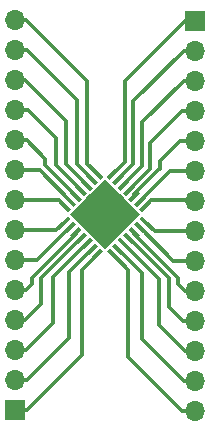
<source format=gbr>
G04 #@! TF.GenerationSoftware,KiCad,Pcbnew,(5.1.2)-2*
G04 #@! TF.CreationDate,2019-11-11T20:09:09+01:00*
G04 #@! TF.ProjectId,MCP25625_Breakoutboard,4d435032-3536-4323-955f-427265616b6f,rev?*
G04 #@! TF.SameCoordinates,Original*
G04 #@! TF.FileFunction,Copper,L1,Top*
G04 #@! TF.FilePolarity,Positive*
%FSLAX46Y46*%
G04 Gerber Fmt 4.6, Leading zero omitted, Abs format (unit mm)*
G04 Created by KiCad (PCBNEW (5.1.2)-2) date 2019-11-11 20:09:09*
%MOMM*%
%LPD*%
G04 APERTURE LIST*
%ADD10C,0.350000*%
%ADD11C,0.100000*%
%ADD12C,4.200000*%
%ADD13O,1.700000X1.700000*%
%ADD14R,1.700000X1.700000*%
%ADD15C,0.350000*%
G04 APERTURE END LIST*
D10*
X144656684Y-93478947D03*
D11*
G36*
X144904171Y-93973922D02*
G01*
X144161709Y-93231460D01*
X144409197Y-92983972D01*
X145151659Y-93726434D01*
X144904171Y-93973922D01*
X144904171Y-93973922D01*
G37*
D10*
X144197064Y-93938567D03*
D11*
G36*
X144444551Y-94433542D02*
G01*
X143702089Y-93691080D01*
X143949577Y-93443592D01*
X144692039Y-94186054D01*
X144444551Y-94433542D01*
X144444551Y-94433542D01*
G37*
D10*
X143737445Y-94398186D03*
D11*
G36*
X143984932Y-94893161D02*
G01*
X143242470Y-94150699D01*
X143489958Y-93903211D01*
X144232420Y-94645673D01*
X143984932Y-94893161D01*
X143984932Y-94893161D01*
G37*
D10*
X143277826Y-94857806D03*
D11*
G36*
X143525313Y-95352781D02*
G01*
X142782851Y-94610319D01*
X143030339Y-94362831D01*
X143772801Y-95105293D01*
X143525313Y-95352781D01*
X143525313Y-95352781D01*
G37*
D10*
X142818206Y-95317425D03*
D11*
G36*
X143065693Y-95812400D02*
G01*
X142323231Y-95069938D01*
X142570719Y-94822450D01*
X143313181Y-95564912D01*
X143065693Y-95812400D01*
X143065693Y-95812400D01*
G37*
D10*
X142358587Y-95777044D03*
D11*
G36*
X142606074Y-96272019D02*
G01*
X141863612Y-95529557D01*
X142111100Y-95282069D01*
X142853562Y-96024531D01*
X142606074Y-96272019D01*
X142606074Y-96272019D01*
G37*
D10*
X141898967Y-96236664D03*
D11*
G36*
X142146454Y-96731639D02*
G01*
X141403992Y-95989177D01*
X141651480Y-95741689D01*
X142393942Y-96484151D01*
X142146454Y-96731639D01*
X142146454Y-96731639D01*
G37*
D10*
X141898967Y-97509456D03*
D11*
G36*
X141403992Y-97756943D02*
G01*
X142146454Y-97014481D01*
X142393942Y-97261969D01*
X141651480Y-98004431D01*
X141403992Y-97756943D01*
X141403992Y-97756943D01*
G37*
D10*
X142358587Y-97969076D03*
D11*
G36*
X141863612Y-98216563D02*
G01*
X142606074Y-97474101D01*
X142853562Y-97721589D01*
X142111100Y-98464051D01*
X141863612Y-98216563D01*
X141863612Y-98216563D01*
G37*
D10*
X142818206Y-98428695D03*
D11*
G36*
X142323231Y-98676182D02*
G01*
X143065693Y-97933720D01*
X143313181Y-98181208D01*
X142570719Y-98923670D01*
X142323231Y-98676182D01*
X142323231Y-98676182D01*
G37*
D10*
X143277826Y-98888314D03*
D11*
G36*
X142782851Y-99135801D02*
G01*
X143525313Y-98393339D01*
X143772801Y-98640827D01*
X143030339Y-99383289D01*
X142782851Y-99135801D01*
X142782851Y-99135801D01*
G37*
D10*
X143737445Y-99347934D03*
D11*
G36*
X143242470Y-99595421D02*
G01*
X143984932Y-98852959D01*
X144232420Y-99100447D01*
X143489958Y-99842909D01*
X143242470Y-99595421D01*
X143242470Y-99595421D01*
G37*
D10*
X144197064Y-99807553D03*
D11*
G36*
X143702089Y-100055040D02*
G01*
X144444551Y-99312578D01*
X144692039Y-99560066D01*
X143949577Y-100302528D01*
X143702089Y-100055040D01*
X143702089Y-100055040D01*
G37*
D10*
X144656684Y-100267173D03*
D11*
G36*
X144161709Y-100514660D02*
G01*
X144904171Y-99772198D01*
X145151659Y-100019686D01*
X144409197Y-100762148D01*
X144161709Y-100514660D01*
X144161709Y-100514660D01*
G37*
D10*
X145929476Y-100267173D03*
D11*
G36*
X146176963Y-100762148D02*
G01*
X145434501Y-100019686D01*
X145681989Y-99772198D01*
X146424451Y-100514660D01*
X146176963Y-100762148D01*
X146176963Y-100762148D01*
G37*
D10*
X146389096Y-99807553D03*
D11*
G36*
X146636583Y-100302528D02*
G01*
X145894121Y-99560066D01*
X146141609Y-99312578D01*
X146884071Y-100055040D01*
X146636583Y-100302528D01*
X146636583Y-100302528D01*
G37*
D10*
X146848715Y-99347934D03*
D11*
G36*
X147096202Y-99842909D02*
G01*
X146353740Y-99100447D01*
X146601228Y-98852959D01*
X147343690Y-99595421D01*
X147096202Y-99842909D01*
X147096202Y-99842909D01*
G37*
D10*
X147308334Y-98888314D03*
D11*
G36*
X147555821Y-99383289D02*
G01*
X146813359Y-98640827D01*
X147060847Y-98393339D01*
X147803309Y-99135801D01*
X147555821Y-99383289D01*
X147555821Y-99383289D01*
G37*
D10*
X147767954Y-98428695D03*
D11*
G36*
X148015441Y-98923670D02*
G01*
X147272979Y-98181208D01*
X147520467Y-97933720D01*
X148262929Y-98676182D01*
X148015441Y-98923670D01*
X148015441Y-98923670D01*
G37*
D10*
X148227573Y-97969076D03*
D11*
G36*
X148475060Y-98464051D02*
G01*
X147732598Y-97721589D01*
X147980086Y-97474101D01*
X148722548Y-98216563D01*
X148475060Y-98464051D01*
X148475060Y-98464051D01*
G37*
D10*
X148687193Y-97509456D03*
D11*
G36*
X148934680Y-98004431D02*
G01*
X148192218Y-97261969D01*
X148439706Y-97014481D01*
X149182168Y-97756943D01*
X148934680Y-98004431D01*
X148934680Y-98004431D01*
G37*
D10*
X148687193Y-96236664D03*
D11*
G36*
X148192218Y-96484151D02*
G01*
X148934680Y-95741689D01*
X149182168Y-95989177D01*
X148439706Y-96731639D01*
X148192218Y-96484151D01*
X148192218Y-96484151D01*
G37*
D10*
X148227573Y-95777044D03*
D11*
G36*
X147732598Y-96024531D02*
G01*
X148475060Y-95282069D01*
X148722548Y-95529557D01*
X147980086Y-96272019D01*
X147732598Y-96024531D01*
X147732598Y-96024531D01*
G37*
D10*
X147767954Y-95317425D03*
D11*
G36*
X147272979Y-95564912D02*
G01*
X148015441Y-94822450D01*
X148262929Y-95069938D01*
X147520467Y-95812400D01*
X147272979Y-95564912D01*
X147272979Y-95564912D01*
G37*
D10*
X147308334Y-94857806D03*
D11*
G36*
X146813359Y-95105293D02*
G01*
X147555821Y-94362831D01*
X147803309Y-94610319D01*
X147060847Y-95352781D01*
X146813359Y-95105293D01*
X146813359Y-95105293D01*
G37*
D10*
X146848715Y-94398186D03*
D11*
G36*
X146353740Y-94645673D02*
G01*
X147096202Y-93903211D01*
X147343690Y-94150699D01*
X146601228Y-94893161D01*
X146353740Y-94645673D01*
X146353740Y-94645673D01*
G37*
D10*
X146389096Y-93938567D03*
D11*
G36*
X145894121Y-94186054D02*
G01*
X146636583Y-93443592D01*
X146884071Y-93691080D01*
X146141609Y-94433542D01*
X145894121Y-94186054D01*
X145894121Y-94186054D01*
G37*
D10*
X145929476Y-93478947D03*
D11*
G36*
X145434501Y-93726434D02*
G01*
X146176963Y-92983972D01*
X146424451Y-93231460D01*
X145681989Y-93973922D01*
X145434501Y-93726434D01*
X145434501Y-93726434D01*
G37*
D12*
X145293080Y-96873060D03*
D11*
G36*
X142323232Y-96873060D02*
G01*
X145293080Y-93903212D01*
X148262928Y-96873060D01*
X145293080Y-99842908D01*
X142323232Y-96873060D01*
X142323232Y-96873060D01*
G37*
D13*
X152913080Y-113520000D03*
X152913080Y-110980000D03*
X152913080Y-108440000D03*
X152913080Y-105900000D03*
X152913080Y-103360000D03*
X152913080Y-100820000D03*
X152913080Y-98280000D03*
X152913080Y-95740000D03*
X152913080Y-93200000D03*
X152913080Y-90660000D03*
X152913080Y-88120000D03*
X152913080Y-85580000D03*
X152913080Y-83040000D03*
D14*
X152913080Y-80500000D03*
D13*
X137673080Y-80480000D03*
X137673080Y-83020000D03*
X137673080Y-85560000D03*
X137673080Y-88100000D03*
X137673080Y-90640000D03*
X137673080Y-93180000D03*
X137673080Y-95720000D03*
X137673080Y-98260000D03*
X137673080Y-100800000D03*
X137673080Y-103340000D03*
X137673080Y-105880000D03*
X137673080Y-108420000D03*
X137673080Y-110960000D03*
D14*
X137673080Y-113500000D03*
D15*
X138610440Y-80480000D02*
X137673080Y-80480000D01*
X143769080Y-85638640D02*
X138610440Y-80480000D01*
X144656684Y-93478947D02*
X143769080Y-92591343D01*
X143769080Y-92591343D02*
X143769080Y-85638640D01*
X138676480Y-83020000D02*
X137673080Y-83020000D01*
X142887700Y-87231220D02*
X138676480Y-83020000D01*
X144197064Y-93938567D02*
X142887700Y-92629203D01*
X142887700Y-92629203D02*
X142887700Y-87231220D01*
X138541860Y-85560000D02*
X137673080Y-85560000D01*
X141947900Y-88966040D02*
X138541860Y-85560000D01*
X143737445Y-94398186D02*
X141947900Y-92608641D01*
X141947900Y-92608641D02*
X141947900Y-88966040D01*
X151810500Y-113520000D02*
X152913080Y-113520000D01*
X147246340Y-108955840D02*
X151810500Y-113520000D01*
X145929476Y-100267173D02*
X147246340Y-101584037D01*
X147246340Y-101584037D02*
X147246340Y-108955840D01*
X152044620Y-80500000D02*
X152913080Y-80500000D01*
X146961860Y-85582760D02*
X152044620Y-80500000D01*
X145929476Y-93478947D02*
X146961860Y-92446563D01*
X146961860Y-92446563D02*
X146961860Y-85582760D01*
X151988740Y-83040000D02*
X152913080Y-83040000D01*
X147701000Y-87327740D02*
X151988740Y-83040000D01*
X146389096Y-93938567D02*
X147701000Y-92626663D01*
X147701000Y-92626663D02*
X147701000Y-87327740D01*
X151981120Y-85580000D02*
X152913080Y-85580000D01*
X148452840Y-89108280D02*
X151981120Y-85580000D01*
X146848715Y-94398186D02*
X148452840Y-92794061D01*
X148452840Y-92794061D02*
X148452840Y-89108280D01*
X149915880Y-92389960D02*
X151645840Y-90660000D01*
X151645840Y-90660000D02*
X152913080Y-90660000D01*
X147767954Y-95176020D02*
X148178319Y-94765655D01*
X147767954Y-95317425D02*
X147767954Y-95176020D01*
X148178319Y-94765655D02*
X148178319Y-94765651D01*
X148178319Y-94765651D02*
X149898690Y-93045280D01*
X149898690Y-93045280D02*
X149915880Y-93045280D01*
X149915880Y-93045280D02*
X149915880Y-92389960D01*
X150804617Y-93200000D02*
X152913080Y-93200000D01*
X148227573Y-95777044D02*
X150804617Y-93200000D01*
X152880280Y-95707200D02*
X152913080Y-95740000D01*
X148687193Y-96236664D02*
X149216657Y-95707200D01*
X149216657Y-95707200D02*
X152880280Y-95707200D01*
X152882380Y-98310700D02*
X152913080Y-98280000D01*
X148687193Y-97509456D02*
X149488437Y-98310700D01*
X149488437Y-98310700D02*
X152882380Y-98310700D01*
X151710999Y-100820000D02*
X152913080Y-100820000D01*
X148227573Y-97969076D02*
X151078497Y-100820000D01*
X151078497Y-100820000D02*
X151710999Y-100820000D01*
X151907020Y-105900000D02*
X152913080Y-105900000D01*
X150721060Y-104714040D02*
X151907020Y-105900000D01*
X147308334Y-98888314D02*
X150721060Y-102301040D01*
X150721060Y-102301040D02*
X150721060Y-104714040D01*
X152034020Y-108440000D02*
X152913080Y-108440000D01*
X149829520Y-106235500D02*
X152034020Y-108440000D01*
X146848715Y-99347934D02*
X149829520Y-102328739D01*
X149829520Y-102328739D02*
X149829520Y-106235500D01*
X151988300Y-110980000D02*
X152913080Y-110980000D01*
X148440140Y-107431840D02*
X151988300Y-110980000D01*
X146389096Y-99807553D02*
X148440140Y-101858597D01*
X148440140Y-101858597D02*
X148440140Y-107431840D01*
X138666120Y-113500000D02*
X137673080Y-113500000D01*
X143334740Y-108831380D02*
X138666120Y-113500000D01*
X144656684Y-100267173D02*
X143334740Y-101589117D01*
X143334740Y-101589117D02*
X143334740Y-108831380D01*
X138645800Y-110960000D02*
X137673080Y-110960000D01*
X142199360Y-107406440D02*
X138645800Y-110960000D01*
X144197064Y-99807553D02*
X142199360Y-101805257D01*
X142199360Y-101805257D02*
X142199360Y-107406440D01*
X138584840Y-108420000D02*
X137673080Y-108420000D01*
X140878560Y-106126280D02*
X138584840Y-108420000D01*
X143737445Y-99347934D02*
X140878560Y-102206819D01*
X140878560Y-102206819D02*
X140878560Y-106126280D01*
X138483240Y-105880000D02*
X137673080Y-105880000D01*
X139893040Y-104470200D02*
X138483240Y-105880000D01*
X143277826Y-98888314D02*
X139893040Y-102273100D01*
X139893040Y-102273100D02*
X139893040Y-104470200D01*
X138564520Y-103340000D02*
X137673080Y-103340000D01*
X142818206Y-98428695D02*
X142818206Y-98570100D01*
X142407841Y-98980465D02*
X142407841Y-98980469D01*
X142407841Y-98980469D02*
X139133580Y-102254730D01*
X142818206Y-98570100D02*
X142407841Y-98980465D01*
X139133580Y-102254730D02*
X139133580Y-102770940D01*
X139133580Y-102770940D02*
X138564520Y-103340000D01*
X139527663Y-100800000D02*
X137673080Y-100800000D01*
X142358587Y-97969076D02*
X139527663Y-100800000D01*
X137675520Y-98262440D02*
X137673080Y-98260000D01*
X141898967Y-97509456D02*
X141145983Y-98262440D01*
X141145983Y-98262440D02*
X137675520Y-98262440D01*
X137688420Y-95704660D02*
X137673080Y-95720000D01*
X141898967Y-96236664D02*
X141366963Y-95704660D01*
X141366963Y-95704660D02*
X137688420Y-95704660D01*
X139761543Y-93180000D02*
X137673080Y-93180000D01*
X142358587Y-95777044D02*
X139761543Y-93180000D01*
X138661240Y-90640000D02*
X137673080Y-90640000D01*
X140230860Y-92209620D02*
X138661240Y-90640000D01*
X142818206Y-95317425D02*
X140230860Y-92730079D01*
X140230860Y-92730079D02*
X140230860Y-92209620D01*
X138767920Y-88100000D02*
X137673080Y-88100000D01*
X141122400Y-90454480D02*
X138767920Y-88100000D01*
X143277826Y-94857806D02*
X141122400Y-92702380D01*
X141122400Y-92702380D02*
X141122400Y-90454480D01*
X152023860Y-103360000D02*
X152913080Y-103360000D01*
X147767954Y-98428695D02*
X147767954Y-98570100D01*
X148178319Y-98980465D02*
X148178319Y-98980469D01*
X148178319Y-98980469D02*
X151462740Y-102264890D01*
X147767954Y-98570100D02*
X148178319Y-98980465D01*
X151462740Y-102264890D02*
X151462740Y-102798880D01*
X151462740Y-102798880D02*
X152023860Y-103360000D01*
X151841420Y-88120000D02*
X152913080Y-88120000D01*
X149138640Y-90822780D02*
X151841420Y-88120000D01*
X147308334Y-94857806D02*
X149138640Y-93027500D01*
X149138640Y-93027500D02*
X149138640Y-90822780D01*
M02*

</source>
